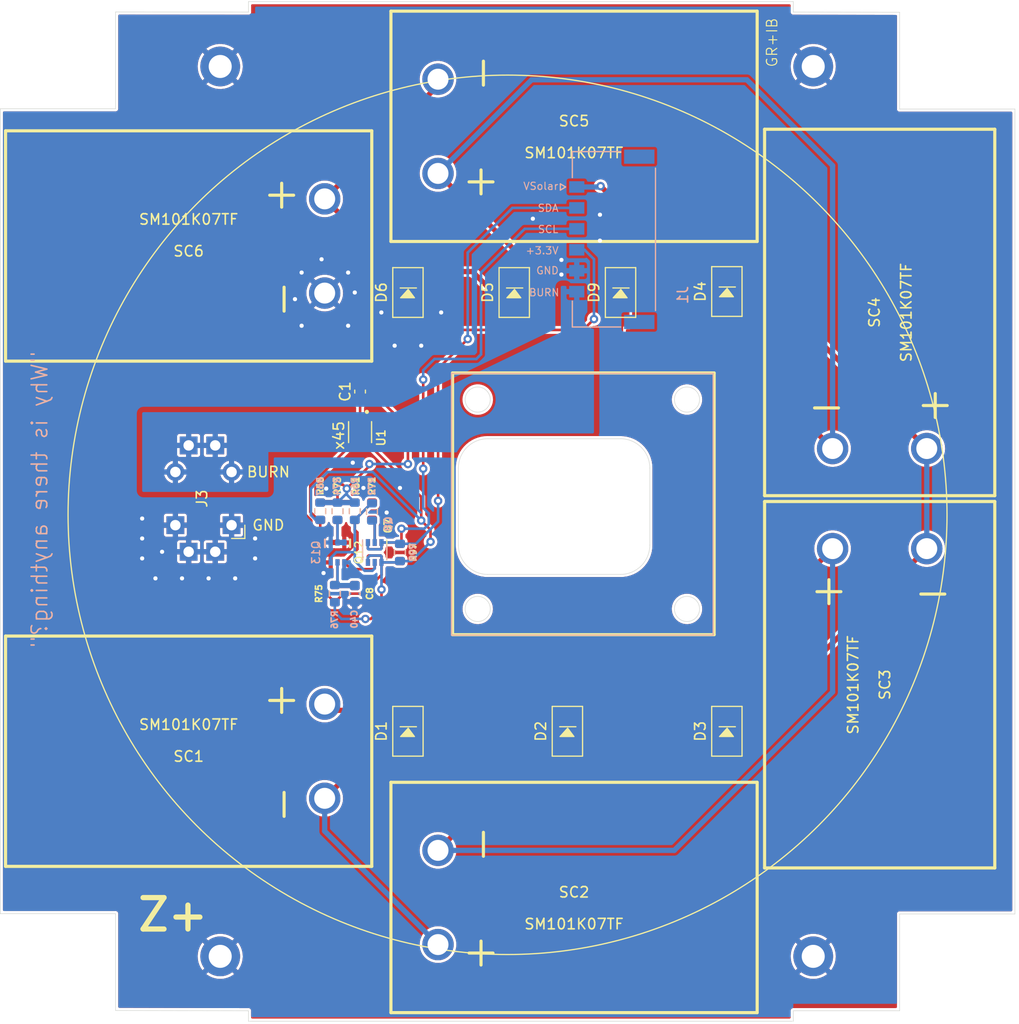
<source format=kicad_pcb>
(kicad_pcb (version 20211014) (generator pcbnew)
  (layers (0 "F.Cu" signal) (31 "B.Cu" signal) (34 "B.Paste" user) (35 "F.Paste" user) (36 "B.SilkS" user "B.Silkscreen") (37 "F.SilkS" user "F.Silkscreen") (38 "B.Mask" user) (39 "F.Mask" user) (44 "Edge.Cuts" user))
  (net 0 "")
  (net 1 "Net-(D1-Pad2)")
  (net 2 "Net-(D1-Pad1)")
  (net 3 "Net-(D2-Pad2)")
  (net 4 "Net-(D3-Pad2)")
  (net 5 "Net-(D4-Pad2)")
  (net 6 "Net-(D5-Pad2)")
  (net 7 "GND")
  (net 8 "VSOLAR")
  (net 9 "+3V3")
  (net 10 "SDA")
  (net 11 "SCL")
  (net 12 "BURN")
  (net 13 "Net-(C8-Pad1)")
  (net 14 "Net-(C40-Pad1)")
  (net 15 "Net-(Q12-Pad6)")
  (net 16 "Net-(Q7-Pad2)")
  (net 17 "SCL_SUN")
  (net 18 "Net-(Q13-Pad6)")
  (net 19 "Net-(Q8-Pad2)")
  (net 20 "SDA_SUN")
  (net 21 "Net-(Q12-Pad2)")
  (net 22 "Net-(Q13-Pad2)")
  (footprint "sputnik2U:DO-214AC" (layer "F.Cu") (at 154.94 116.84 -90)
    (fp_text reference "D2" (at 0 2.54 -90) (layer "F.SilkS"))
    (fp_text value "CDBA240LL-HF")
    (pad "1" smd rect locked (at -2 0 270) (size 2.5 1.7) (layers "F.Cu" "F.Paste" "F.Mask") (net 1 "Net-(D1-Pad2)"))
    (pad "2" smd rect locked (at 2 0 270) (size 2.5 1.7) (layers "F.Cu" "F.Paste" "F.Mask") (net 3 "Net-(D2-Pad2)"))
  )
  (footprint "sputnik2U:DO-214AC" (layer "F.Cu") (at 170.18 116.84 -90)
    (fp_text reference "D3" (at 0 2.54 -90) (layer "F.SilkS"))
    (fp_text value "CDBA240LL-HF")
    (pad "1" smd rect locked (at -2 0 270) (size 2.5 1.7) (layers "F.Cu" "F.Paste" "F.Mask") (net 3 "Net-(D2-Pad2)"))
    (pad "2" smd rect locked (at 2 0 270) (size 2.5 1.7) (layers "F.Cu" "F.Paste" "F.Mask") (net 4 "Net-(D3-Pad2)"))
  )
  (footprint "sputnik2U:DO-214AC" (layer "F.Cu") (at 149.86 74.93 -90)
    (fp_text reference "D5" (at 0 2.54 -90) (layer "F.SilkS"))
    (fp_text value "CDBA240LL-HF")
    (pad "1" smd rect locked (at -2 0 270) (size 2.5 1.7) (layers "F.Cu" "F.Paste" "F.Mask") (net 5 "Net-(D4-Pad2)"))
    (pad "2" smd rect locked (at 2 0 270) (size 2.5 1.7) (layers "F.Cu" "F.Paste" "F.Mask") (net 6 "Net-(D5-Pad2)"))
  )
  (footprint "sputnik2U:DO-214AC" (layer "F.Cu") (at 139.7 74.93 -90)
    (fp_text reference "D6" (at 0 2.54 -90) (layer "F.SilkS"))
    (fp_text value "CDBA240LL-HF")
    (pad "1" smd rect locked (at -2 0 270) (size 2.5 1.7) (layers "F.Cu" "F.Paste" "F.Mask") (net 6 "Net-(D5-Pad2)"))
    (pad "2" smd rect locked (at 2 0 270) (size 2.5 1.7) (layers "F.Cu" "F.Paste" "F.Mask") (net 7 "GND"))
  )
  (footprint "sputnik2U:SM101K07TF" (layer "F.Cu") (at 155.575 59.055 180)
    (fp_text reference "SC5" (at 0 0.5 180) (layer "F.SilkS"))
    (fp_text value "SM101K07TF" (at 0 -2.54 180) (layer "F.SilkS"))
    (fp_text user "+" (at 8.89 -5.08 180) (layer "F.SilkS") (effects (font (size 3 3) (thickness 0.3))))
    (fp_text user "-" (at 8.89 5.08 270) (layer "F.SilkS") (effects (font (size 3 3) (thickness 0.3))))
    (pad "1" thru_hole circle locked (at 13 -4.5 180) (size 3 3) (drill 2) (layers *.Cu *.Mask) (net 5 "Net-(D4-Pad2)"))
    (pad "2" thru_hole circle locked (at 13 4.5 180) (size 3 3) (drill 2) (layers *.Cu *.Mask) (net 6 "Net-(D5-Pad2)"))
  )
  (footprint "sputnik2U:SM101K07TF" (layer "F.Cu") (at 118.745 70.485)
    (fp_text reference "SC6" (at 0 0.5) (layer "F.SilkS"))
    (fp_text value "SM101K07TF" (at 0 -2.54) (layer "F.SilkS"))
    (fp_text user "+" (at 8.89 -5.08) (layer "F.SilkS") (effects (font (size 3 3) (thickness 0.3))))
    (fp_text user "-" (at 8.89 5.08 90) (layer "F.SilkS") (effects (font (size 3 3) (thickness 0.3))))
    (pad "1" thru_hole circle locked (at 13 -4.5) (size 3 3) (drill 2) (layers *.Cu *.Mask) (net 6 "Net-(D5-Pad2)"))
    (pad "2" thru_hole circle locked (at 13 4.5) (size 3 3) (drill 2) (layers *.Cu *.Mask) (net 7 "GND"))
  )
  (footprint "sputnik2U:Burn_Wire_Connection" (layer "F.Cu") (at 125.095 100.965 180)
    (fp_text reference "J3" (at 5.08 6.35 270) (layer "F.SilkS"))
    (fp_text value "Conn_01x02")
    (fp_text user "BURN" (at -1.27 8.89 180) (layer "F.SilkS"))
    (fp_text user "GND" (at -1.27 3.81 180) (layer "F.SilkS"))
    (pad "1" thru_hole rect locked (at 2.25 3.81 180) (size 1.7 1.7) (drill 1) (layers *.Cu *.Mask) (net 7 "GND"))
    (pad "1" thru_hole rect locked (at 3.81 1.27 180) (size 1.7 1.7) (drill 1) (layers *.Cu *.Mask) (net 7 "GND"))
    (pad "1" thru_hole rect locked (at 7.62 3.81 180) (size 1.7 1.7) (drill 1) (layers *.Cu *.Mask) (net 7 "GND"))
    (pad "1" thru_hole rect locked (at 6.35 1.27 180) (size 1.7 1.7) (drill 1) (layers *.Cu *.Mask) (net 7 "GND"))
    (pad "2" thru_hole oval locked (at 7.62 8.89 180) (size 1.7 1.7) (drill 1) (layers *.Cu *.Mask) (net 12 "BURN"))
    (pad "2" thru_hole rect locked (at 3.81 11.43 180) (size 1.7 1.7) (drill 1) (layers *.Cu *.Mask) (net 12 "BURN"))
    (pad "2" thru_hole rect locked (at 6.35 11.43 180) (size 1.7 1.7) (drill 1) (layers *.Cu *.Mask) (net 12 "BURN"))
    (pad "2" thru_hole oval locked (at 2.25 8.89 180) (size 1.7 1.7) (drill 1) (layers *.Cu *.Mask) (net 12 "BURN"))
  )
  (footprint "Capacitor_SMD:C_0603_1608Metric" (layer "F.Cu") (at 135.128 84.3915 90)
    (fp_text reference "C1" (at 0 -1.43 90) (layer "F.SilkS"))
    (fp_text value "100nF")
    (pad "1" smd roundrect locked (at -0.775 0 90) (size 0.9 0.95) (layers "F.Cu" "F.Paste" "F.Mask") (net 9 "+3V3"))
    (pad "2" smd roundrect locked (at 0.775 0 90) (size 0.9 0.95) (layers "F.Cu" "F.Paste" "F.Mask") (net 7 "GND"))
  )
  (footprint "sputnik2U:DO-214AC" (layer "F.Cu") (at 139.7 116.84 -90)
    (fp_text reference "D1" (at 0 2.54 -90) (layer "F.SilkS"))
    (fp_text value "CDBA240LL-HF")
    (pad "1" smd rect locked (at -2 0 270) (size 2.5 1.7) (layers "F.Cu" "F.Paste" "F.Mask") (net 2 "Net-(D1-Pad1)"))
    (pad "2" smd rect locked (at 2 0 270) (size 2.5 1.7) (layers "F.Cu" "F.Paste" "F.Mask") (net 1 "Net-(D1-Pad2)"))
  )
  (footprint "sputnik2U:DO-214AC" (layer "F.Cu") (at 170.18 74.835 -90)
    (fp_text reference "D4" (at 0 2.54 -90) (layer "F.SilkS"))
    (fp_text value "CDBA240LL-HF")
    (pad "1" smd rect locked (at -2 0 270) (size 2.5 1.7) (layers "F.Cu" "F.Paste" "F.Mask") (net 4 "Net-(D3-Pad2)"))
    (pad "2" smd rect locked (at 2 0 270) (size 2.5 1.7) (layers "F.Cu" "F.Paste" "F.Mask") (net 5 "Net-(D4-Pad2)"))
  )
  (footprint "sputnik2U:DO-214AC" (layer "F.Cu") (at 160.02 74.93 -90)
    (fp_text reference "D9" (at 0 2.54 -90) (layer "F.SilkS"))
    (fp_text value "CDBA240LL-HF")
    (pad "1" smd rect locked (at -2 0 270) (size 2.5 1.7) (layers "F.Cu" "F.Paste" "F.Mask") (net 8 "VSOLAR"))
    (pad "2" smd rect locked (at 2 0 270) (size 2.5 1.7) (layers "F.Cu" "F.Paste" "F.Mask") (net 2 "Net-(D1-Pad1)"))
  )
  (footprint "sputnik2U:SM101K07TF" (layer "F.Cu") (at 118.745 118.745)
    (fp_text reference "SC1" (at 0 0.5) (layer "F.SilkS"))
    (fp_text value "SM101K07TF" (at 0 -2.54) (layer "F.SilkS"))
    (fp_text user "+" (at 8.89 -5.08) (layer "F.SilkS") (effects (font (size 3 3) (thickness 0.3))))
    (fp_text user "-" (at 8.89 5.08 90) (layer "F.SilkS") (effects (font (size 3 3) (thickness 0.3))))
    (pad "1" thru_hole circle locked (at 13 -4.5) (size 3 3) (drill 2) (layers *.Cu *.Mask) (net 2 "Net-(D1-Pad1)"))
    (pad "2" thru_hole circle locked (at 13 4.5) (size 3 3) (drill 2) (layers *.Cu *.Mask) (net 1 "Net-(D1-Pad2)"))
  )
  (footprint "sputnik2U:SM101K07TF" (layer "F.Cu") (at 155.575 132.715 180)
    (fp_text reference "SC2" (at 0 0.5 180) (layer "F.SilkS"))
    (fp_text value "SM101K07TF" (at 0 -2.54 180) (layer "F.SilkS"))
    (fp_text user "+" (at 8.89 -5.08 180) (layer "F.SilkS") (effects (font (size 3 3) (thickness 0.3))))
    (fp_text user "-" (at 8.89 5.08 270) (layer "F.SilkS") (effects (font (size 3 3) (thickness 0.3))))
    (pad "1" thru_hole circle locked (at 13 -4.5 180) (size 3 3) (drill 2) (layers *.Cu *.Mask) (net 1 "Net-(D1-Pad2)"))
    (pad "2" thru_hole circle locked (at 13 4.5 180) (size 3 3) (drill 2) (layers *.Cu *.Mask) (net 3 "Net-(D2-Pad2)"))
  )
  (footprint "sputnik2U:SM101K07TF" (layer "F.Cu") (at 184.785 112.395 90)
    (fp_text reference "SC3" (at 0 0.5 90) (layer "F.SilkS"))
    (fp_text value "SM101K07TF" (at 0 -2.54 90) (layer "F.SilkS"))
    (fp_text user "+" (at 8.89 -5.08 90) (layer "F.SilkS") (effects (font (size 3 3) (thickness 0.3))))
    (fp_text user "-" (at 8.89 5.08 180) (layer "F.SilkS") (effects (font (size 3 3) (thickness 0.3))))
    (pad "1" thru_hole circle locked (at 13 -4.5 90) (size 3 3) (drill 2) (layers *.Cu *.Mask) (net 3 "Net-(D2-Pad2)"))
    (pad "2" thru_hole circle locked (at 13 4.5 90) (size 3 3) (drill 2) (layers *.Cu *.Mask) (net 4 "Net-(D3-Pad2)"))
  )
  (footprint "sputnik2U:SM101K07TF" (layer "F.Cu") (at 184.785 76.835 -90)
    (fp_text reference "SC4" (at 0 0.5 -90) (layer "F.SilkS"))
    (fp_text value "SM101K07TF" (at 0 -2.54 -90) (layer "F.SilkS"))
    (fp_text user "-" (at 8.89 5.08) (layer "F.SilkS") (effects (font (size 3 3) (thickness 0.3))))
    (fp_text user "+" (at 8.89 -5.08 -90) (layer "F.SilkS") (effects (font (size 3 3) (thickness 0.3))))
    (pad "1" thru_hole circle locked (at 13 -4.5 270) (size 3 3) (drill 2) (layers *.Cu *.Mask) (net 4 "Net-(D3-Pad2)"))
    (pad "2" thru_hole circle locked (at 13 4.5 270) (size 3 3) (drill 2) (layers *.Cu *.Mask) (net 5 "Net-(D4-Pad2)"))
  )
  (footprint "sputnik2U:OPT3001" (layer "F.Cu") (at 135.128 88.265 -90)
    (fp_text reference "U1" (at 0.54 -2.008 -90) (layer "F.SilkS") (effects (font (size 0.8 0.8))))
    (fp_text value "OPT3001DNPT")
    (pad "1" smd rect locked (at -0.995 -0.65 270) (size 0.74 0.27) (layers "F.Cu" "F.Paste" "F.Mask") (net 9 "+3V3"))
    (pad "2" smd rect locked (at -0.995 0 270) (size 0.74 0.27) (layers "F.Cu" "F.Paste" "F.Mask") (net 9 "+3V3"))
    (pad "3" smd rect locked (at -0.995 0.65 270) (size 0.74 0.27) (layers "F.Cu" "F.Paste" "F.Mask") (net 7 "GND"))
    (pad "4" smd rect locked (at 0.995 0.65 270) (size 0.74 0.27) (layers "F.Cu" "F.Paste" "F.Mask") (net 17 "SCL_SUN"))
    (pad "5" smd rect locked (at 0.995 0 270) (size 0.74 0.27) (layers "F.Cu" "F.Paste" "F.Mask"))
    (pad "6" smd rect locked (at 0.995 -0.65 270) (size 0.74 0.27) (layers "F.Cu" "F.Paste" "F.Mask") (net 20 "SDA_SUN"))
    (pad "7" smd rect locked (at 0 0 270) (size 0.65 1.35) (layers "F.Cu" "F.Mask") (net 7 "GND"))
  )
  (footprint "MountingHole:MountingHole_2.2mm_M2_DIN965_Pad_TopBottom" (layer "F.Cu") (at 121.76 138.34)
    (fp_text reference "H1")
    (fp_text value "MountingHole_Pad")
    (pad "1" connect circle locked (at 0 0) (size 3.8 3.8) (layers "B.Cu" "B.Mask") (net 7 "GND"))
    (pad "1" connect circle locked (at 0 0) (size 3.8 3.8) (layers "F.Cu" "F.Mask") (net 7 "GND"))
    (pad "1" thru_hole circle locked (at 0 0) (size 2.6 2.6) (drill 2.2) (layers *.Cu *.Mask) (net 7 "GND"))
  )
  (footprint "MountingHole:MountingHole_2.2mm_M2_DIN965_Pad_TopBottom" (layer "F.Cu") (at 178.434 53.34)
    (fp_text reference "H2")
    (fp_text value "MountingHole_Pad")
    (pad "1" thru_hole circle locked (at 0 0) (size 2.6 2.6) (drill 2.2) (layers *.Cu *.Mask) (net 7 "GND"))
    (pad "1" connect circle locked (at 0 0) (size 3.8 3.8) (layers "B.Cu" "B.Mask") (net 7 "GND"))
    (pad "1" connect circle locked (at 0 0) (size 3.8 3.8) (layers "F.Cu" "F.Mask") (net 7 "GND"))
  )
  (footprint "MountingHole:MountingHole_2.2mm_M2_DIN965_Pad_TopBottom" (layer "F.Cu") (at 178.434 138.34)
    (fp_text reference "H3")
    (fp_text value "MountingHole_Pad")
    (pad "1" connect circle locked (at 0 0) (size 3.8 3.8) (layers "B.Cu" "B.Mask") (net 7 "GND"))
    (pad "1" connect circle locked (at 0 0) (size 3.8 3.8) (layers "F.Cu" "F.Mask") (net 7 "GND"))
    (pad "1" thru_hole circle locked (at 0 0) (size 2.6 2.6) (drill 2.2) (layers *.Cu *.Mask) (net 7 "GND"))
  )
  (footprint "MountingHole:MountingHole_2.2mm_M2_DIN965_Pad_TopBottom" (layer "F.Cu") (at 121.76 53.34)
    (fp_text reference "H4")
    (fp_text value "MountingHole_Pad")
    (pad "1" thru_hole circle locked (at 0 0) (size 2.6 2.6) (drill 2.2) (layers *.Cu *.Mask) (net 7 "GND"))
    (pad "1" connect circle locked (at 0 0) (size 3.8 3.8) (layers "F.Cu" "F.Mask") (net 7 "GND"))
    (pad "1" connect circle locked (at 0 0) (size 3.8 3.8) (layers "B.Cu" "B.Mask") (net 7 "GND"))
  )
  (footprint "Resistor_SMD:R_0603_1608Metric" (layer "F.Cu") (at 136.271 95.8215 90)
    (fp_text reference "R71" (at 2.413 0 90) (layer "F.SilkS") (effects (font (size 0.6 0.6))))
    (fp_text value "680")
    (pad "1" smd roundrect locked (at -0.825 0 90) (size 0.8 0.95) (layers "F.Cu" "F.Paste" "F.Mask") (net 16 "Net-(Q7-Pad2)"))
    (pad "2" smd roundrect locked (at 0.825 0 90) (size 0.8 0.95) (layers "F.Cu" "F.Paste" "F.Mask") (net 15 "Net-(Q12-Pad6)"))
  )
  (footprint "Resistor_SMD:R_0603_1608Metric" (layer "F.Cu") (at 132.715 103.6955 90)
    (fp_text reference "R75" (at 0 -1.524 90) (layer "F.SilkS") (effects (font (size 0.6 0.6))))
    (fp_text value "200K")
    (pad "1" smd roundrect locked (at -0.825 0 90) (size 0.8 0.95) (layers "F.Cu" "F.Paste" "F.Mask") (net 17 "SCL_SUN"))
    (pad "2" smd roundrect locked (at 0.825 0 90) (size 0.8 0.95) (layers "F.Cu" "F.Paste" "F.Mask") (net 13 "Net-(C8-Pad1)"))
  )
  (footprint "Resistor_SMD:R_0603_1608Metric" (layer "F.Cu") (at 132.969 95.8215 -90)
    (fp_text reference "R73" (at -2.413 0 90) (layer "F.SilkS") (effects (font (size 0.6 0.6))))
    (fp_text value "100K")
    (pad "1" smd roundrect locked (at -0.825 0 270) (size 0.8 0.95) (layers "F.Cu" "F.Paste" "F.Mask") (net 9 "+3V3"))
    (pad "2" smd roundrect locked (at 0.825 0 270) (size 0.8 0.95) (layers "F.Cu" "F.Paste" "F.Mask") (net 21 "Net-(Q12-Pad2)"))
  )
  (footprint "Resistor_SMD:R_0603_1608Metric" (layer "F.Cu") (at 138.938 99.7585 90)
    (fp_text reference "R97" (at 0 1.27 90) (layer "F.SilkS") (effects (font (size 0.6 0.6))))
    (fp_text value "0")
    (pad "1" smd roundrect locked (at -0.825 0 90) (size 0.8 0.95) (layers "F.Cu" "F.Paste" "F.Mask") (net 17 "SCL_SUN"))
    (pad "2" smd roundrect locked (at 0.825 0 90) (size 0.8 0.95) (layers "F.Cu" "F.Paste" "F.Mask") (net 11 "SCL"))
  )
  (footprint "Resistor_SMD:R_0603_1608Metric" (layer "F.Cu") (at 131.318 95.8215 -90)
    (fp_text reference "R66" (at -2.413 0 90) (layer "F.SilkS") (effects (font (size 0.6 0.6))))
    (fp_text value "10K")
    (pad "1" smd roundrect locked (at -0.825 0 270) (size 0.8 0.95) (layers "F.Cu" "F.Paste" "F.Mask") (net 9 "+3V3"))
    (pad "2" smd roundrect locked (at 0.825 0 270) (size 0.8 0.95) (layers "F.Cu" "F.Paste" "F.Mask") (net 17 "SCL_SUN"))
  )
  (footprint "Resistor_SMD:R_0603_1608Metric" (layer "F.Cu") (at 134.62 95.8215 -90)
    (fp_text reference "R61" (at -2.413 -0.127 90) (layer "F.SilkS") (effects (font (size 0.6 0.6))))
    (fp_text value "10K")
    (pad "1" smd roundrect locked (at -0.825 0 270) (size 0.8 0.95) (layers "F.Cu" "F.Paste" "F.Mask") (net 9 "+3V3"))
    (pad "2" smd roundrect locked (at 0.825 0 270) (size 0.8 0.95) (layers "F.Cu" "F.Paste" "F.Mask") (net 15 "Net-(Q12-Pad6)"))
  )
  (footprint "Package_TO_SOT_SMD:SOT-363_SC-70-6" (layer "F.Cu") (at 136.525 99.7585 -90)
    (fp_text reference "Q7" (at -2.54 -1.27 90) (layer "F.SilkS") (effects (font (size 0.7 0.7))))
    (fp_text value "MBT2222ADW1T1")
    (pad "1" smd rect locked (at -0.95 -0.65 270) (size 0.65 0.4) (layers "F.Cu" "F.Paste" "F.Mask") (net 11 "SCL"))
    (pad "2" smd rect locked (at -0.95 0 270) (size 0.65 0.4) (layers "F.Cu" "F.Paste" "F.Mask") (net 16 "Net-(Q7-Pad2)"))
    (pad "3" smd rect locked (at -0.95 0.65 270) (size 0.65 0.4) (layers "F.Cu" "F.Paste" "F.Mask") (net 11 "SCL"))
    (pad "4" smd rect locked (at 0.95 0.65 270) (size 0.65 0.4) (layers "F.Cu" "F.Paste" "F.Mask") (net 17 "SCL_SUN"))
    (pad "5" smd rect locked (at 0.95 0 270) (size 0.65 0.4) (layers "F.Cu" "F.Paste" "F.Mask") (net 15 "Net-(Q12-Pad6)"))
    (pad "6" smd rect locked (at 0.95 -0.65 270) (size 0.65 0.4) (layers "F.Cu" "F.Paste" "F.Mask") (net 17 "SCL_SUN"))
  )
  (footprint "Capacitor_SMD:C_0603_1608Metric" (layer "F.Cu") (at 134.62 103.6955 -90)
    (fp_text reference "C8" (at 0 -1.43 90) (layer "F.SilkS") (effects (font (size 0.6 0.6))))
    (fp_text value "10nF")
    (pad "1" smd roundrect locked (at -0.775 0 270) (size 0.9 0.95) (layers "F.Cu" "F.Paste" "F.Mask") (net 13 "Net-(C8-Pad1)"))
    (pad "2" smd roundrect locked (at 0.775 0 270) (size 0.9 0.95) (layers "F.Cu" "F.Paste" "F.Mask") (net 7 "GND"))
  )
  (footprint "sputnik2U:BSS138DWQ-7" (layer "F.Cu") (at 132.969 99.7585 -90)
    (fp_text reference "Q12" (at 0 -2.06 -90) (layer "F.SilkS") (effects (font (size 0.762 0.762) (thickness 0.127))))
    (fp_text value "BSS138DWQ-7" hide)
    (pad "1" smd rect locked (at -0.95 -0.65) (size 0.4 0.6) (layers "F.Cu" "F.Paste" "F.Mask") (net 7 "GND"))
    (pad "2" smd rect locked (at -0.95 0) (size 0.4 0.6) (layers "F.Cu" "F.Paste" "F.Mask") (net 21 "Net-(Q12-Pad2)"))
    (pad "3" smd rect locked (at -0.95 0.65) (size 0.4 0.6) (layers "F.Cu" "F.Paste" "F.Mask") (net 21 "Net-(Q12-Pad2)"))
    (pad "4" smd rect locked (at 0.95 0.65) (size 0.4 0.6) (layers "F.Cu" "F.Paste" "F.Mask") (net 7 "GND"))
    (pad "5" smd rect locked (at 0.95 0) (size 0.4 0.6) (layers "F.Cu" "F.Paste" "F.Mask") (net 13 "Net-(C8-Pad1)"))
    (pad "6" smd rect locked (at 0.95 -0.65) (size 0.4 0.6) (layers "F.Cu" "F.Paste" "F.Mask") (net 15 "Net-(Q12-Pad6)"))
  )
  (footprint "sapling:CoralCamera" (layer "F.Cu") (at 156.464 81.3435)
    (fp_text reference "REF**" hide)
    (fp_text value "CoralCamera")
  )
  (footprint "sapling:MOLEX_2053380006" (layer "B.Cu") (at 159.385 69.85 90)
    (fp_text reference "J1" (at -5.325 6.585 270) (layer "B.SilkS") (effects (justify mirror)))
    (fp_text value "Conn_01x06")
    (pad "1" smd rect locked (at 5 -3.55 90) (size 1.1 1.45) (layers "B.Cu" "B.Paste") (net 8 "VSOLAR"))
    (pad "2" smd rect locked (at 3 -3.55 90) (size 1.1 1.45) (layers "B.Cu" "B.Paste") (net 10 "SDA"))
    (pad "3" smd rect locked (at 1 -3.55 90) (size 1.1 1.45) (layers "B.Cu" "B.Paste") (net 11 "SCL"))
    (pad "4" smd rect locked (at -1 -3.55 90) (size 1.1 1.45) (layers "B.Cu" "B.Paste") (net 9 "+3V3"))
    (pad "5" smd rect locked (at -3 -3.55 90) (size 1.1 1.45) (layers "B.Cu" "B.Paste") (net 7 "GND"))
    (pad "6" smd rect locked (at -5 -3.55 90) (size 1.1 1.45) (layers "B.Cu" "B.Paste") (net 12 "BURN"))
    (pad "S1" smd rect locked (at 7.895 2.425 90) (size 1.35 2.9) (layers "B.Cu" "B.Paste"))
    (pad "S2" smd rect locked (at -7.895 2.425 90) (size 1.35 2.9) (layers "B.Cu" "B.Paste"))
  )
  (footprint "Resistor_SMD:R_0603_1608Metric" (layer "B.Cu") (at 138.938 99.7585 90)
    (fp_text reference "R98" (at 0.0254 1.2192 90) (layer "B.SilkS") (effects (font (size 0.6 0.6)) (justify mirror)))
    (fp_text value "0")
    (pad "1" smd roundrect locked (at -0.825 0 90) (size 0.8 0.95) (layers "B.Cu" "B.Paste" "B.Mask") (net 20 "SDA_SUN"))
    (pad "2" smd roundrect locked (at 0.825 0 90) (size 0.8 0.95) (layers "B.Cu" "B.Paste" "B.Mask") (net 10 "SDA"))
  )
  (footprint "Resistor_SMD:R_0603_1608Metric" (layer "B.Cu") (at 131.318 95.8215 -90)
    (fp_text reference "R67" (at -2.3876 0 90) (layer "B.SilkS") (effects (font (size 0.6 0.6)) (justify mirror)))
    (fp_text value "10K")
    (pad "1" smd roundrect locked (at -0.825 0 270) (size 0.8 0.95) (layers "B.Cu" "B.Paste" "B.Mask") (net 9 "+3V3"))
    (pad "2" smd roundrect locked (at 0.825 0 270) (size 0.8 0.95) (layers "B.Cu" "B.Paste" "B.Mask") (net 20 "SDA_SUN"))
  )
  (footprint "Resistor_SMD:R_0603_1608Metric" (layer "B.Cu") (at 136.271 95.8845 90)
    (fp_text reference "R72" (at 2.4506 -0.0254 90) (layer "B.SilkS") (effects (font (size 0.6 0.6)) (justify mirror)))
    (fp_text value "680")
    (pad "1" smd roundrect locked (at -0.825 0 90) (size 0.8 0.95) (layers "B.Cu" "B.Paste" "B.Mask") (net 19 "Net-(Q8-Pad2)"))
    (pad "2" smd roundrect locked (at 0.825 0 90) (size 0.8 0.95) (layers "B.Cu" "B.Paste" "B.Mask") (net 18 "Net-(Q13-Pad6)"))
  )
  (footprint "Resistor_SMD:R_0603_1608Metric" (layer "B.Cu") (at 132.715 103.6955 90)
    (fp_text reference "R76" (at -2.4892 -0.0254 90) (layer "B.SilkS") (effects (font (size 0.6 0.6)) (justify mirror)))
    (fp_text value "200K")
    (pad "1" smd roundrect locked (at -0.825 0 90) (size 0.8 0.95) (layers "B.Cu" "B.Paste" "B.Mask") (net 20 "SDA_SUN"))
    (pad "2" smd roundrect locked (at 0.825 0 90) (size 0.8 0.95) (layers "B.Cu" "B.Paste" "B.Mask") (net 14 "Net-(C40-Pad1)"))
  )
  (footprint "Resistor_SMD:R_0603_1608Metric" (layer "B.Cu") (at 132.969 95.8215 -90)
    (fp_text reference "R74" (at -2.3876 0.0762 90) (layer "B.SilkS") (effects (font (size 0.6 0.6)) (justify mirror)))
    (fp_text value "100K")
    (pad "1" smd roundrect locked (at -0.825 0 270) (size 0.8 0.95) (layers "B.Cu" "B.Paste" "B.Mask") (net 9 "+3V3"))
    (pad "2" smd roundrect locked (at 0.825 0 270) (size 0.8 0.95) (layers "B.Cu" "B.Paste" "B.Mask") (net 22 "Net-(Q13-Pad2)"))
  )
  (footprint "sputnik2U:BSS138DWQ-7" (layer "B.Cu") (at 132.969 99.7585 -90)
    (fp_text reference "Q13" (at 0 2.06 90) (layer "B.SilkS") (effects (font (size 0.762 0.762) (thickness 0.127)) (justify mirror)))
    (fp_text value "BSS138DWQ-7" hide)
    (pad "1" smd rect locked (at -0.95 0.65 180) (size 0.4 0.6) (layers "B.Cu" "B.Paste" "B.Mask") (net 7 "GND"))
    (pad "2" smd rect locked (at -0.95 0 180) (size 0.4 0.6) (layers "B.Cu" "B.Paste" "B.Mask") (net 22 "Net-(Q13-Pad2)"))
    (pad "3" smd rect locked (at -0.95 -0.65 180) (size 0.4 0.6) (layers "B.Cu" "B.Paste" "B.Mask") (net 22 "Net-(Q13-Pad2)"))
    (pad "4" smd rect locked (at 0.95 -0.65 180) (size 0.4 0.6) (layers "B.Cu" "B.Paste" "B.Mask") (net 7 "GND"))
    (pad "5" smd rect locked (at 0.95 0 180) (size 0.4 0.6) (layers "B.Cu" "B.Paste" "B.Mask") (net 14 "Net-(C40-Pad1)"))
    (pad "6" smd rect locked (at 0.95 0.65 180) (size 0.4 0.6) (layers "B.Cu" "B.Paste" "B.Mask") (net 18 "Net-(Q13-Pad6)"))
  )
  (footprint "Resistor_SMD:R_0603_1608Metric" (layer "B.Cu") (at 134.62 95.8215 -90)
    (fp_text reference "R62" (at -2.3876 0 90) (layer "B.SilkS") (effects (font (size 0.6 0.6)) (justify mirror)))
    (fp_text value "10K")
    (pad "1" smd roundrect locked (at -0.825 0 270) (size 0.8 0.95) (layers "B.Cu" "B.Paste" "B.Mask") (net 9 "+3V3"))
    (pad "2" smd roundrect locked (at 0.825 0 270) (size 0.8 0.95) (layers "B.Cu" "B.Paste" "B.Mask") (net 18 "Net-(Q13-Pad6)"))
  )
  (footprint "Package_TO_SOT_SMD:SOT-363_SC-70-6" (layer "B.Cu") (at 136.525 99.7585 -90)
    (fp_text reference "Q8" (at -2.7178 -1.2954 90) (layer "B.SilkS") (effects (font (size 0.7 0.7)) (justify mirror)))
    (fp_text value "MBT2222ADW1T1")
    (pad "1" smd rect locked (at -0.95 0.65 270) (size 0.65 0.4) (layers "B.Cu" "B.Paste" "B.Mask") (net 10 "SDA"))
    (pad "2" smd rect locked (at -0.95 0 270) (size 0.65 0.4) (layers "B.Cu" "B.Paste" "B.Mask") (net 19 "Net-(Q8-Pad2)"))
    (pad "3" smd rect locked (at -0.95 -0.65 270) (size 0.65 0.4) (layers "B.Cu" "B.Paste" "B.Mask") (net 10 "SDA"))
    (pad "4" smd rect locked (at 0.95 -0.65 270) (size 0.65 0.4) (layers "B.Cu" "B.Paste" "B.Mask") (net 20 "SDA_SUN"))
    (pad "5" smd rect locked (at 0.95 0 270) (size 0.65 0.4) (layers "B.Cu" "B.Paste" "B.Mask") (net 18 "Net-(Q13-Pad6)"))
    (pad "6" smd rect locked (at 0.95 0.65 270) (size 0.65 0.4) (layers "B.Cu" "B.Paste" "B.Mask") (net 20 "SDA_SUN"))
  )
  (footprint "Capacitor_SMD:C_0603_1608Metric" (layer "B.Cu") (at 134.62 103.6955 -90)
    (fp_text reference "C40" (at 2.4384 0.0508 90) (layer "B.SilkS") (effects (font (size 0.6 0.6)) (justify mirror)))
    (fp_text value "10nF")
    (pad "1" smd roundrect locked (at -0.775 0 270) (size 0.9 0.95) (layers "B.Cu" "B.Paste" "B.Mask") (net 14 "Net-(C40-Pad1)"))
    (pad "2" smd roundrect locked (at 0.775 0 270) (size 0.9 0.95) (layers "B.Cu" "B.Paste" "B.Mask") (net 7 "GND"))
  )
  (gr_line (start 168.87 107.655) (end 168.87 82.655) (layer "B.SilkS") (width 0.12))
  (gr_line (start 143.87 107.655) (end 168.87 107.655) (layer "B.SilkS") (width 0.12))
  (gr_line (start 143.87 82.655) (end 168.87 82.655) (layer "B.SilkS") (width 0.12))
  (gr_line (start 143.87 107.655) (end 143.87 82.655) (layer "B.SilkS") (width 0.12))
  (gr_circle (center 149.22 96.164) (end 191.22 96.164) (layer "F.SilkS") (width 0.12) (fill none))
  (gr_line (start 176.53 48.14) (end 186.69 48.1584) (layer "Edge.Cuts") (width 0.05))
  (gr_line (start 176.53 143.538) (end 176.53 144.538) (layer "Edge.Cuts") (width 0.05))
  (gr_line (start 124.46 144.538) (end 124.46 143.538) (layer "Edge.Cuts") (width 0.05))
  (gr_line (start 176.53 144.538) (end 124.46 144.538) (layer "Edge.Cuts") (width 0.05))
  (gr_line (start 111.76 143.51) (end 124.46 143.538) (layer "Edge.Cuts") (width 0.05))
  (gr_line (start 176.53 143.538) (end 186.69 143.538) (layer "Edge.Cuts") (width 0.05))
  (gr_circle (center 146.37 105.155) (end 147.57 105.155) (layer "Edge.Cuts") (width 0.05) (fill none))
  (gr_line (start 162.814 99.06) (end 162.814 91.694) (layer "Edge.Cuts") (width 0.05))
  (gr_arc (start 162.814 99.06) (mid 161.995656 101.035656) (end 160.02 101.854) (layer "Edge.Cuts") (width 0.05))
  (gr_line (start 186.69 48.1584) (end 186.69 57.404) (layer "Edge.Cuts") (width 0.05))
  (gr_line (start 186.69 57.404) (end 197.71 57.404) (layer "Edge.Cuts") (width 0.05))
  (gr_line (start 111.76 57.376) (end 100.742 57.376) (layer "Edge.Cuts") (width 0.05))
  (gr_line (start 111.76 48.1304) (end 111.76 57.376) (layer "Edge.Cuts") (width 0.05))
  (gr_line (start 176.53 47.14) (end 176.53 48.14) (layer "Edge.Cuts") (width 0.05))
  (gr_line (start 124.46 47.14) (end 176.53 47.14) (layer "Edge.Cuts") (width 0.05))
  (gr_circle (center 146.37 85.155) (end 147.57 85.155) (layer "Edge.Cuts") (width 0.05) (fill none))
  (gr_line (start 160.02 88.9) (end 147.32 88.9) (layer "Edge.Cuts") (width 0.05))
  (gr_circle (center 166.37 85.155) (end 167.57 85.155) (layer "Edge.Cuts") (width 0.05) (fill none))
  (gr_line (start 147.32 101.854) (end 160.02 101.854) (layer "Edge.Cuts") (width 0.05))
  (gr_line (start 111.76 48.1304) (end 124.46 48.14) (layer "Edge.Cuts") (width 0.05))
  (gr_line (start 144.526 91.694) (end 144.526 99.06) (layer "Edge.Cuts") (width 0.05))
  (gr_line (start 111.76 134.2644) (end 100.74 134.2644) (layer "Edge.Cuts") (width 0.05))
  (gr_arc (start 144.526 91.694) (mid 145.344344 89.718344) (end 147.32 88.9) (layer "Edge.Cuts") (width 0.05))
  (gr_line (start 186.69 134.2924) (end 197.708 134.2924) (layer "Edge.Cuts") (width 0.05))
  (gr_circle (center 166.37 105.155) (end 167.57 105.155) (layer "Edge.Cuts") (width 0.05) (fill none))
  (gr_line (start 111.76 134.2644) (end 111.76 143.51) (layer "Edge.Cuts") (width 0.05))
  (gr_arc (start 160.02 88.9) (mid 161.995656 89.718344) (end 162.814 91.694) (layer "Edge.Cuts") (width 0.05))
  (gr_line (start 197.71 57.404) (end 197.708 134.2924) (layer "Edge.Cuts") (width 0.05))
  (gr_arc (start 147.32 101.854) (mid 145.344344 101.035656) (end 144.526 99.06) (layer "Edge.Cuts") (width 0.05))
  (gr_line (start 100.742 57.376) (end 100.74 134.2644) (layer "Edge.Cuts") (width 0.05))
  (gr_line (start 124.46 48.14) (end 124.46 47.14) (layer "Edge.Cuts") (width 0.05))
  (gr_line (start 186.69 134.2924) (end 186.69 143.538) (layer "Edge.Cuts") (width 0.05))
  (gr_text "BURN" (at 152.7175 74.93) (layer "B.SilkS") (effects (font (size 0.7 0.7) (thickness 0.1))))
  (gr_text "{dblquote}Why is there anything?{dblquote}" (at 104.5 94.71 90) (layer "B.SilkS") (effects (font (size 1.5 1.5)) (justify mirror)))
  (gr_text "SDA" (at 153.0985 66.8655) (layer "B.SilkS") (effects (font (size 0.7 0.7) (thickness 0.1))))
  (gr_text "SCL" (at 153.0985 68.8975) (layer "B.SilkS") (effects (font (size 0.7 0.7) (thickness 0.1))))
  (gr_text "VSolar" (at 152.4 64.77) (layer "B.SilkS") (effects (font (size 0.7 0.7) (thickness 0.1))))
  (gr_text "+3.3V" (at 152.527 70.9295) (layer "B.SilkS") (effects (font (size 0.7 0.7) (thickness 0.1))))
  (gr_text "GND" (at 153.035 72.8345) (layer "B.SilkS") (effects (font (size 0.7 0.7) (thickness 0.1))))
  (gr_text "Z+" (at 117.2464 134.366) (layer "F.SilkS") (effects (font (size 3 3) (thickness 0.5))))
  (gr_text "x45" (at 133.096 88.5825 90) (layer "F.SilkS") (effects (font (size 1 1))))
  (gr_text "GR+IB" (at 174.498 51.054 90) (layer "F.SilkS") (effects (font (size 1 1) (thickness 0.1))))
  (segment (start 136.15 118.84) (end 131.745 123.245) (width 0.5) (layer "F.Cu") (net 1))
  (segment (start 154.94 114.84) (end 143.7 114.84) (width 0.5) (layer "F.Cu") (net 1))
  (segment (start 139.7 118.84) (end 136.15 118.84) (width 0.5) (layer "F.Cu") (net 1))
  (segment (start 143.7 114.84) (end 139.7 118.84) (width 0.5) (layer "F.Cu") (net 1))
  (segment (start 131.745 126.385) (end 142.575 137.215) (width 0.5) (layer "B.Cu") (net 1))
  (segment (start 131.745 123.245) (end 131.745 126.385) (width 0.5) (layer "B.Cu") (net 1))
  (segment (start 155.956 110.49) (end 142.875 110.49) (width 0.5) (layer "F.Cu") (net 2))
  (segment (start 164.686934 88.486934) (end 164.686934 101.759066) (width 0.5) (layer "F.Cu") (net 2))
  (segment (start 139.7 113.665) (end 142.875 110.49) (width 0.5) (layer "F.Cu") (net 2))
  (segment (start 160.02 76.93) (end 160.02 83.82) (width 0.5) (layer "F.Cu") (net 2))
  (segment (start 160.02 83.82) (end 164.686934 88.486934) (width 0.5) (layer "F.Cu") (net 2))
  (segment (start 132.34 114.84) (end 131.745 114.245) (width 0.5) (layer "F.Cu") (net 2))
  (segment (start 139.7 114.84) (end 132.34 114.84) (width 0.5) (layer "F.Cu") (net 2))
  (segment (start 164.686934 101.759066) (end 155.956 110.49) (width 0.5) (layer "F.Cu") (net 2))
  (segment (start 139.7 114.84) (end 139.7 113.665) (width 0.5) (layer "F.Cu") (net 2))
  (segment (start 170.18 109.5) (end 180.285 99.395) (width 0.5) (layer "F.Cu") (net 3))
  (segment (start 151.95 118.84) (end 142.575 128.215) (width 0.5) (layer "F.Cu") (net 3))
  (segment (start 154.94 118.84) (end 151.95 118.84) (width 0.5) (layer "F.Cu") (net 3))
  (segment (start 170.18 114.84) (end 170.18 109.5) (width 0.5) (layer "F.Cu") (net 3))
  (segment (start 180.285 113.085) (end 165.155 128.215) (width 0.5) (layer "B.Cu") (net 3))
  (segment (start 165.155 128.215) (end 142.575 128.215) (width 0.5) (layer "B.Cu") (net 3))
  (segment (start 180.285 99.395) (end 180.285 113.085) (width 0.5) (layer "B.Cu") (net 3))
  (segment (start 170.18 118.5) (end 189.285 99.395) (width 0.5) (layer "F.Cu") (net 4))
  (segment (start 170.18 118.84) (end 170.18 118.5) (width 0.5) (layer "F.Cu") (net 4))
  (segment (start 170.18 72.835) (end 172.285 72.835) (width 0.5) (layer "F.Cu") (net 4))
  (segment (start 172.285 72.835) (end 189.285 89.835) (width 0.5) (layer "F.Cu") (net 4))
  (segment (start 189.285 89.835) (end 189.285 99.395) (width 0.5) (layer "B.Cu") (net 4))
  (segment (start 170.18 76.835) (end 170.18 79.73) (width 0.5) (layer "F.Cu") (net 5))
  (segment (start 170.18 79.73) (end 180.285 89.835) (width 0.5) (layer "F.Cu") (net 5))
  (segment (start 149.86 72.93) (end 149.86 70.84) (width 0.5) (layer "F.Cu") (net 5))
  (segment (start 149.86 70.84) (end 142.575 63.555) (width 0.5) (layer "F.Cu") (net 5))
  (segment (start 180.285 62.81) (end 180.285 89.835) (width 0.5) (layer "B.Cu") (net 5))
  (segment (start 172.085 54.61) (end 180.285 62.81) (width 0.5) (layer "B.Cu") (net 5))
  (segment (start 151.52 54.61) (end 172.085 54.61) (width 0.5) (layer "B.Cu") (net 5))
  (segment (start 142.575 63.555) (end 151.52 54.61) (width 0.5) (layer "B.Cu") (net 5))
  (segment (start 138.69 72.93) (end 131.745 65.985) (width 0.5) (layer "F.Cu") (net 6))
  (segment (start 139.7 72.93) (end 138.69 72.93) (width 0.5) (layer "F.Cu") (net 6))
  (segment (start 131.745 65.985) (end 142.575 55.155) (width 0.5) (layer "F.Cu") (net 6))
  (segment (start 142.575 55.155) (end 142.575 54.555) (width 0.5) (layer "F.Cu") (net 6))
  (segment (start 145.86 72.93) (end 149.86 76.93) (width 0.5) (layer "F.Cu") (net 6))
  (segment (start 139.7 72.93) (end 145.86 72.93) (width 0.5) (layer "F.Cu") (net 6))
  (via (at 133.985 78.105) (size 0.8) (drill 0.4) (layers "F.Cu" "B.Cu") (net 7))
  (via (at 154.3685 71.8185) (size 0.8) (drill 0.4) (layers "F.Cu" "B.Cu") (net 7))
  (via (at 158.0515 67.5005) (size 0.8) (drill 0.4) (layers "F.Cu" "B.Cu") (net 7))
  (via (at 129.54 73.025) (size 0.8) (drill 0.4) (layers "F.Cu" "B.Cu") (net 7))
  (via (at 120.65 102.235) (size 0.8) (drill 0.4) (layers "F.Cu" "B.Cu") (net 7))
  (via (at 138.43 80.01) (size 0.8) (drill 0.4) (layers "F.Cu" "B.Cu") (net 7))
  (via (at 158.0515 69.977) (size 0.8) (drill 0.4) (layers "F.Cu" "B.Cu") (net 7))
  (via (at 118.11 102.235) (size 0.8) (drill 0.4) (layers "F.Cu" "B.Cu") (net 7))
  (via (at 137.16 76.835) (size 0.8) (drill 0.4) (layers "F.Cu" "B.Cu") (net 7))
  (via (at 140.97 80.01) (size 0.8) (drill 0.4) (layers "F.Cu" "B.Cu") (net 7))
  (via (at 151.638 67.8815) (size 0.8) (drill 0.4) (layers "F.Cu" "B.Cu") (net 7))
  (via (at 131.8895 93.6625) (size 0.8) (drill 0.4) (layers "F.Cu" "B.Cu") (net 7))
  (via (at 137.668 95.9485) (size 0.8) (drill 0.4) (layers "F.Cu" "B.Cu") (net 7))
  (via (at 131.6355 101.727) (size 0.8) (drill 0.4) (layers "F.Cu" "B.Cu") (net 7))
  (via (at 135.4455 93.599) (size 0.8) (drill 0.4) (layers "F.Cu" "B.Cu") (net 7))
  (via (at 125.095 98.425) (size 0.8) (drill 0.4) (layers "F.Cu" "B.Cu") (net 7))
  (via (at 114.3 100.33) (size 0.8) (drill 0.4) (layers "F.Cu" "B.Cu") (net 7))
  (via (at 134.4295 91.186) (size 0.8) (drill 0.4) (layers "F.Cu" "B.Cu") (net 7))
  (via (at 125.095 100.33) (size 0.8) (drill 0.4) (layers "F.Cu" "B.Cu") (net 7))
  (via (at 128.905 75.565) (size 0.8) (drill 0.4) (layers "F.Cu" "B.Cu") (net 7))
  (via (at 114.3 98.425) (size 0.8) (drill 0.4) (layers "F.Cu" "B.Cu") (net 7))
  (via (at 131.445 71.755) (size 0.8) (drill 0.4) (layers "F.Cu" "B.Cu") (net 7))
  (via (at 138.938 93.599) (size 0.8) (drill 0.4) (layers "F.Cu" "B.Cu") (net 7))
  (via (at 123.19 102.235) (size 0.8) (drill 0.4) (layers "F.Cu" "B.Cu") (net 7))
  (via (at 114.3 96.52) (size 0.8) (drill 0.4) (layers "F.Cu" "B.Cu") (net 7))
  (via (at 133.985 73.025) (size 0.8) (drill 0.4) (layers "F.Cu" "B.Cu") (net 7))
  (via (at 154.3685 73.2155) (size 0.8) (drill 0.4) (layers "F.Cu" "B.Cu") (net 7))
  (via (at 129.54 78.105) (size 0.8) (drill 0.4) (layers "F.Cu" "B.Cu") (net 7))
  (via (at 142.875 76.835) (size 0.8) (drill 0.4) (layers "F.Cu" "B.Cu") (net 7))
  (via (at 115.57 102.235) (size 0.8) (drill 0.4) (layers "F.Cu" "B.Cu") (net 7))
  (via (at 116.205 99.695) (size 0.8) (drill 0.4) (layers "F.Cu" "B.Cu") (net 7))
  (via (at 134.62 74.93) (size 0.8) (drill 0.4) (layers "F.Cu" "B.Cu") (net 7))
  (segment (start 158.115 64.77) (end 158.115 64.77) (width 0.5) (layer "F.Cu") (net 8))
  (segment (start 160.02 66.675) (end 158.115 64.77) (width 0.5) (layer "F.Cu") (net 8))
  (segment (start 160.02 72.93) (end 160.02 66.675) (width 0.5) (layer "F.Cu") (net 8))
  (via (at 158.115 64.77) (size 0.8) (drill 0.4) (layers "F.Cu" "B.Cu") (net 8))
  (segment (start 155.835 64.85) (end 158.035 64.85) (width 0.5) (layer "B.Cu") (net 8))
  (segment (start 158.035 64.85) (end 158.115 64.77) (width 0.5) (layer "B.Cu") (net 8))
  (segment (start 157.48 77.47) (end 157.48 77.47) (width 0.25) (layer "F.Cu") (net 9))
  (segment (start 131.318 94.9965) (end 132.969 94.9965) (width 0.5) (layer "F.Cu") (net 9))
  (segment (start 132.969 94.9965) (end 134.62 94.9965) (width 0.5) (layer "F.Cu") (net 9))
  (segment (start 133.477 93.2815) (end 133.731 93.5355) (width 0.25) (layer "F.Cu") (net 9))
  (segment (start 132.969 93.2815) (end 132.969 94.9965) (width 0.25) (layer "F.Cu") (net 9))
  (segment (start 132.969 93.2815) (end 133.477 93.2815) (width 0.25) (layer "F.Cu") (net 9))
  (segment (start 133.858 93.6625) (end 133.858 93.6625) (width 0.25) (layer "F.Cu") (net 9))
  (segment (start 133.731 93.5355) (end 133.858 93.6625) (width 0.25) (layer "F.Cu") (net 9))
  (segment (start 139.7 91.313) (end 139.7 91.313) (width 0.25) (layer "F.Cu") (net 9))
  (segment (start 136.9565 85.1665) (end 137.046 85.1665) (width 0.25) (layer "F.Cu") (net 9))
  (segment (start 156.444999 78.505001) (end 143.617999 78.505001) (width 0.25) (layer "F.Cu") (net 9))
  (segment (start 136.9565 85.1665) (end 135.128 85.1665) (width 0.25) (layer "F.Cu") (net 9))
  (segment (start 133.858 93.6625) (end 136.017 91.5035) (width 0.25) (layer "F.Cu") (net 9))
  (segment (start 136.017 91.5035) (end 136.017 91.313) (width 0.25) (layer "F.Cu") (net 9))
  (segment (start 139.7 87.8205) (end 139.7 91.313) (width 0.25) (layer "F.Cu") (net 9))
  (segment (start 135.128 85.1665) (end 135.128 87.27) (width 0.25) (layer "F.Cu") (net 9))
  (segment (start 137.046 85.1665) (end 139.7 87.8205) (width 0.25) (layer "F.Cu") (net 9))
  (segment (start 143.617999 78.505001) (end 136.9565 85.1665) (width 0.25) (layer "F.Cu") (net 9))
  (segment (start 157.48 77.47) (end 156.444999 78.505001) (width 0.25) (layer "F.Cu") (net 9))
  (segment (start 135.128 87.27) (end 135.778 87.27) (width 0.5) (layer "F.Cu") (net 9))
  (via (at 133.858 93.6625) (size 0.8) (drill 0.4) (layers "F.Cu" "B.Cu") (net 9))
  (via (at 157.48 77.47) (size 0.8) (drill 0.4) (layers "F.Cu" "B.Cu") (net 9))
  (via (at 139.7 91.313) (size 0.8) (drill 0.4) (layers "F.Cu" "B.Cu") (net 9))
  (via (at 136.017 91.313) (size 0.8) (drill 0.4) (layers "F.Cu" "B.Cu") (net 9))
  (segment (start 134.62 94.9965) (end 132.969 94.9965) (width 0.5) (layer "B.Cu") (net 9))
  (segment (start 132.969 94.9965) (end 131.318 94.9965) (width 0.5) (layer "B.Cu") (net 9))
  (segment (start 133.858 93.6625) (end 133.858 94.1075) (width 0.25) (layer "B.Cu") (net 9))
  (segment (start 133.858 93.6625) (end 133.858 94.2345) (width 0.25) (layer "B.Cu") (net 9))
  (segment (start 133.858 94.1075) (end 132.969 94.9965) (width 0.25) (layer "B.Cu") (net 9))
  (segment (start 133.858 94.2345) (end 134.62 94.9965) (width 0.25) (layer "B.Cu") (net 9))
  (segment (start 136.017 91.313) (end 136.017 91.313) (width 0.25) (layer "B.Cu") (net 9))
  (segment (start 139.7 91.313) (end 136.017 91.313) (width 0.25) (layer "B.Cu") (net 9))
  (segment (start 156.575 70.85) (end 157.48 71.755) (width 0.25) (layer "B.Cu") (net 9))
  (segment (start 157.48 71.755) (end 157.48 77.47) (width 0.25) (layer "B.Cu") (net 9))
  (segment (start 155.835 70.85) (end 156.575 70.85) (width 0.25) (layer "B.Cu") (net 9))
  (segment (start 145.415 79.375) (end 145.415 79.375) (width 0.25) (layer "F.Cu") (net 10))
  (segment (start 142.584001 94.832001) (end 142.584001 94.832001) (width 0.25) (layer "F.Cu") (net 10))
  (segment (start 142.584001 94.832001) (end 142.584001 82.205999) (width 0.25) (layer "F.Cu") (net 10))
  (segment (start 142.584001 82.205999) (end 145.415 79.375) (width 0.25) (layer "F.Cu") (net 10))
  (via (at 142.584001 94.832001) (size 0.8) (drill 0.4) (layers "F.Cu" "B.Cu") (net 10))
  (via (at 145.415 79.375) (size 0.8) (drill 0.4) (layers "F.Cu" "B.Cu") (net 10))
  (segment (start 137.175 99.3835) (end 137.099999 99.458501) (width 0.25) (layer "B.Cu") (net 10))
  (segment (start 135.875 99.3835) (end 135.875 98.8085) (width 0.25) (layer "B.Cu") (net 10))
  (segment (start 135.950001 99.458501) (end 135.875 99.3835) (width 0.25) (layer "B.Cu") (net 10))
  (segment (start 138.813 98.8085) (end 138.938 98.9335) (width 0.25) (layer "B.Cu") (net 10))
  (segment (start 137.175 98.8085) (end 138.813 98.8085) (width 0.25) (layer "B.Cu") (net 10))
  (segment (start 137.175 98.8085) (end 137.175 99.3835) (width 0.25) (layer "B.Cu") (net 10))
  (segment (start 137.099999 99.458501) (end 135.950001 99.458501) (width 0.25) (layer "B.Cu") (net 10))
  (segment (start 149.685 66.85) (end 145.415 71.12) (width 0.25) (layer "B.Cu") (net 10))
  (segment (start 142.584001 96.805911) (end 140.456412 98.9335) (width 0.25) (layer "B.Cu") (net 10))
  (segment (start 142.584001 94.832001) (end 142.584001 96.805911) (width 0.25) (layer "B.Cu") (net 10))
  (segment (start 155.835 66.85) (end 149.685 66.85) (width 0.25) (layer "B.Cu") (net 10))
  (segment (start 140.456412 98.9335) (end 138.938 98.9335) (width 0.25) (layer "B.Cu") (net 10))
  (segment (start 145.415 71.12) (end 145.415 79.375) (width 0.25) (layer "B.Cu") (net 10))
  (segment (start 137.175 98.8085) (end 138.813 98.8085) (width 0.25) (layer "F.Cu") (net 11))
  (segment (start 137.175 99.3835) (end 137.099999 99.458501) (width 0.25) (layer "F.Cu") (net 11))
  (segment (start 137.175 98.8085) (end 137.175 99.3835) (width 0.25) (layer "F.Cu") (net 11))
  (segment (start 139.08321 98.78829) (end 138.938 98.9335) (width 0.25) (layer "F.Cu") (net 11))
  (segment (start 135.875 99.3835) (end 135.875 98.8085) (width 0.25) (layer "F.Cu") (net 11))
  (segment (start 135.950001 99.458501) (end 135.875 99.3835) (width 0.25) (layer "F.Cu") (net 11))
  (segment (start 137.099999 99.458501) (end 135.950001 99.458501) (width 0.25) (layer "F.Cu") (net 11))
  (segment (start 139.08321 97.49071) (end 139.08321 98.78829) (width 0.25) (layer "F.Cu") (net 11))
  (segment (start 138.813 98.8085) (end 138.938 98.9335) (width 0.25) (layer "F.Cu") (net 11))
  (segment (start 141.1605 91.7575) (end 141.1605 91.7575) (width 0.25) (layer "F.Cu") (net 11))
  (segment (start 141.1605 83.2485) (end 141.1605 91.7575) (width 0.25) (layer "F.Cu") (net 11))
  (via (at 139.08321 97.49071) (size 0.8) (drill 0.4) (layers "F.Cu" "B.Cu") (net 11))
  (via (at 141.1605 91.7575) (size 0.8) (drill 0.4) (layers "F.Cu" "B.Cu") (net 11))
  (via (at 141.1605 83.2485) (size 0.8) (drill 0.4) (layers "F.Cu" "B.Cu") (net 11))
  (segment (start 139.08321 97.49071) (end 139.08321 97.49071) (width 0.25) (layer "B.Cu") (net 11))
  (segment (start 141.1605 83.2485) (end 141.1605 83.2485) (width 0.25) (layer "B.Cu") (net 11))
  (segment (start 139.08321 97.49071) (end 141.262792 97.49071) (width 0.25) (layer "B.Cu") (net 11))
  (segment (start 141.1605 82.3595) (end 141.1605 83.2485) (width 0.25) (layer "B.Cu") (net 11))
  (segment (start 141.262792 97.49071) (end 141.695001 97.058501) (width 0.25) (layer "B.Cu") (net 11))
  (segment (start 146.685 80.8355) (end 146.2405 81.28) (width 0.25) (layer "B.Cu") (net 11))
  (segment (start 141.695001 96.038501) (end 141.1605 95.504) (width 0.25) (layer "B.Cu") (net 11))
  (segment (start 146.2405 81.28) (end 142.24 81.28) (width 0.25) (layer "B.Cu") (net 11))
  (segment (start 146.685 73.025) (end 146.685 80.645) (width 0.25) (layer "B.Cu") (net 11))
  (segment (start 141.695001 97.058501) (end 141.695001 96.038501) (width 0.25) (layer "B.Cu") (net 11))
  (segment (start 150.86 68.85) (end 146.685 73.025) (width 0.25) (layer "B.Cu") (net 11))
  (segment (start 141.1605 95.504) (end 141.1605 91.7575) (width 0.25) (layer "B.Cu") (net 11))
  (segment (start 146.685 80.645) (end 146.685 80.8355) (width 0.25) (layer "B.Cu") (net 11))
  (segment (start 142.24 81.28) (end 141.1605 82.3595) (width 0.25) (layer "B.Cu") (net 11))
  (segment (start 155.835 68.85) (end 150.86 68.85) (width 0.25) (layer "B.Cu") (net 11))
  (segment (start 134.62 102.9205) (end 132.765 102.9205) (width 0.5) (layer "F.Cu") (net 13))
  (segment (start 132.765 102.9205) (end 132.715 102.8705) (width 0.5) (layer "F.Cu") (net 13))
  (segment (start 132.969 102.6165) (end 132.715 102.8705) (width 0.25) (layer "F.Cu") (net 13))
  (segment (start 132.969 100.7085) (end 132.969 102.6165) (width 0.25) (layer "F.Cu") (net 13))
  (segment (start 132.765 102.9205) (end 132.715 102.8705) (width 0.5) (layer "B.Cu") (net 14))
  (segment (start 132.969 102.6165) (end 132.715 102.8705) (width 0.25) (layer "B.Cu") (net 14))
  (segment (start 134.62 102.9205) (end 132.765 102.9205) (width 0.5) (layer "B.Cu") (net 14))
  (segment (start 132.969 100.7085) (end 132.969 102.6165) (width 0.25) (layer "B.Cu") (net 14))
  (segment (start 136.525 101.2835) (end 136.449999 101.358501) (width 0.25) (layer "F.Cu") (net 15))
  (segment (start 134.62 99.7075) (end 133.619 100.7085) (width 0.25) (layer "F.Cu") (net 15))
  (segment (start 134.62 97.5995) (end 134.874 97.8535) (width 0.25) (layer "F.Cu") (net 15))
  (segment (start 136.449999 101.358501) (end 134.269001 101.358501) (width 0.25) (layer "F.Cu") (net 15))
  (segment (start 136.271 94.9965) (end 136.27 94.9965) (width 0.25) (layer "F.Cu") (net 15))
  (segment (start 134.269001 101.358501) (end 133.619 100.7085) (width 0.25) (layer "F.Cu") (net 15))
  (segment (start 136.525 100.7085) (end 136.525 101.2835) (width 0.25) (layer "F.Cu") (net 15))
  (segment (start 134.874 99.4535) (end 134.62 99.7075) (width 0.25) (layer "F.Cu") (net 15))
  (segment (start 136.27 94.9965) (end 134.62 96.6465) (width 0.25) (layer "F.Cu") (net 15))
  (segment (start 134.874 97.8535) (end 134.874 99.4535) (width 0.25) (layer "F.Cu") (net 15))
  (segment (start 134.62 96.6465) (end 134.62 97.5995) (width 0.25) (layer "F.Cu") (net 15))
  (segment (start 136.525 96.9005) (end 136.525 98.8085) (width 0.25) (layer "F.Cu") (net 16))
  (segment (start 136.271 96.6465) (end 136.525 96.9005) (width 0.25) (layer "F.Cu") (net 16))
  (segment (start 138.813 100.7085) (end 138.938 100.5835) (width 0.25) (layer "F.Cu") (net 17))
  (segment (start 137.175 100.1335) (end 137.175 100.7085) (width 0.25) (layer "F.Cu") (net 17))
  (segment (start 130.81 98.1075) (end 130.81 102.6155) (width 0.25) (layer "F.Cu") (net 17))
  (segment (start 131.318 97.5995) (end 130.81 98.1075) (width 0.25) (layer "F.Cu") (net 17))
  (segment (start 135.950001 100.058499) (end 137.099999 100.058499) (width 0.25) (layer "F.Cu") (net 17))
  (segment (start 131.318 103.1235) (end 132.715 104.5205) (width 0.25) (layer "F.Cu") (net 17))
  (segment (start 130.81 102.6155) (end 131.318 103.1235) (width 0.25) (layer "F.Cu") (net 17))
  (segment (start 137.099999 100.058499) (end 137.175 100.1335) (width 0.25) (layer "F.Cu") (net 17))
  (segment (start 137.175 100.7085) (end 137.175 101.9025) (width 0.25) (layer "F.Cu") (net 17))
  (segment (start 135.382 103.6955) (end 133.54 103.6955) (width 0.25) (layer "F.Cu") (net 17))
  (segment (start 131.318 96.6465) (end 131.318 97.5995) (width 0.25) (layer "F.Cu") (net 17))
  (segment (start 133.54 103.6955) (end 132.715 104.5205) (width 0.25) (layer "F.Cu") (net 17))
  (segment (start 137.175 101.9025) (end 135.382 103.6955) (width 0.25) (layer "F.Cu") (net 17))
  (segment (start 137.175 100.7085) (end 138.813 100.7085) (width 0.25) (layer "F.Cu") (net 17))
  (segment (start 135.875 100.1335) (end 135.950001 100.058499) (width 0.25) (layer "F.Cu") (net 17))
  (segment (start 135.875 100.7085) (end 135.875 100.1335) (width 0.25) (layer "F.Cu") (net 17))
  (segment (start 138.938 100.5835) (end 139.002 100.5835) (width 0.25) (layer "F.Cu") (net 17))
  (segment (start 131.318 96.6465) (end 131.127 96.6465) (width 0.25) (layer "F.Cu") (net 17))
  (segment (start 134.4485 89.2305) (end 134.478 89.26) (width 0.25) (layer "F.Cu") (net 17))
  (segment (start 130.3655 95.885) (end 130.3655 93.3725) (width 0.25) (layer "F.Cu") (net 17))
  (segment (start 130.3655 93.3725) (end 134.478 89.26) (width 0.25) (layer "F.Cu") (net 17))
  (segment (start 131.127 96.6465) (end 130.3655 95.885) (width 0.25) (layer "F.Cu") (net 17))
  (segment (start 136.525 100.7085) (end 136.525 101.2835) (width 0.25) (layer "B.Cu") (net 18))
  (segment (start 135.567598 101.5111) (end 134.62 100.563502) (width 0.25) (layer "B.Cu") (net 18))
  (segment (start 132.859398 99.7331) (end 132.319 100.273498) (width 0.25) (layer "B.Cu") (net 18))
  (segment (start 136.207 95.0595) (end 134.62 96.6465) (width 0.25) (layer "B.Cu") (net 18))
  (segment (start 132.319 100.273498) (end 132.319 100.7085) (width 0.25) (layer "B.Cu") (net 18))
  (segment (start 134.62 100.563502) (end 134.62 99.7331) (width 0.25) (layer "B.Cu") (net 18))
  (segment (start 134.62 99.7331) (end 134.62 96.6465) (width 0.25) (layer "B.Cu") (net 18))
  (segment (start 136.525 101.2835) (end 136.2974 101.5111) (width 0.25) (layer "B.Cu") (net 18))
  (segment (start 134.62 99.7331) (end 132.859398 99.7331) (width 0.25) (layer "B.Cu") (net 18))
  (segment (start 136.2974 101.5111) (end 135.567598 101.5111) (width 0.25) (layer "B.Cu") (net 18))
  (segment (start 136.271 95.0595) (end 136.207 95.0595) (width 0.25) (layer "B.Cu") (net 18))
  (segment (start 136.271 96.7095) (end 136.525 96.9635) (width 0.25) (layer "B.Cu") (net 19))
  (segment (start 136.525 96.9635) (end 136.525 98.8085) (width 0.25) (layer "B.Cu") (net 19))
  (segment (start 137.175 103.2995) (end 137.175 105.0775) (width 0.25) (layer "F.Cu") (net 20))
  (segment (start 137.175 105.0775) (end 136.144 106.1085) (width 0.25) (layer "F.Cu") (net 20))
  (segment (start 141.859 97.5995) (end 140.97 96.7105) (width 0.25) (layer "F.Cu") (net 20))
  (segment (start 141.859 98.7425) (end 141.859 97.5995) (width 0.25) (layer "F.Cu") (net 20))
  (segment (start 136.144 106.1085) (end 135.636 106.1085) (width 0.25) (layer "F.Cu") (net 20))
  (segment (start 135.636 106.1085) (end 135.636 106.1085) (width 0.25) (layer "F.Cu") (net 20))
  (segment (start 140.97 96.7105) (end 140.97 94.452) (width 0.25) (layer "F.Cu") (net 20))
  (segment (start 140.97 94.452) (end 135.778 89.26) (width 0.25) (layer "F.Cu") (net 20))
  (via (at 140.97 96.7105) (size 0.8) (drill 0.4) (layers "F.Cu" "B.Cu") (net 20))
  (via (at 135.636 106.1085) (size 0.8) (drill 0.4) (layers "F.Cu" "B.Cu") (net 20))
  (via (at 141.859 98.7425) (size 0.8) (drill 0.4) (layers "F.Cu" "B.Cu") (net 20))
  (via (at 137.175 103.2995) (size 0.8) (drill 0.4) (layers "F.Cu" "B.Cu") (net 20))
  (segment (start 136.064999 100.058499) (end 135.875 100.248498) (width 0.25) (layer "B.Cu") (net 20))
  (segment (start 137.099999 100.058499) (end 136.064999 100.058499) (width 0.25) (layer "B.Cu") (net 20))
  (segment (start 141.859 98.7425) (end 141.859 98.7425) (width 0.25) (layer "B.Cu") (net 20))
  (segment (start 140.97 96.7105) (end 140.97 96.7105) (width 0.25) (layer "B.Cu") (net 20))
  (segment (start 132.715 105.4735) (end 132.715 104.5205) (width 0.25) (layer "B.Cu") (net 20))
  (segment (start 140.018 100.5835) (end 141.859 98.7425) (width 0.25) (layer "B.Cu") (net 20))
  (segment (start 138.938 100.5835) (end 140.018 100.5835) (width 0.25) (layer "B.Cu") (net 20))
  (segment (start 137.175 100.1335) (end 137.099999 100.058499) (width 0.25) (layer "B.Cu") (net 20))
  (segment (start 133.35 106.1085) (end 132.715 105.4735) (width 0.25) (layer "B.Cu") (net 20))
  (segment (start 138.813 100.7085) (end 138.938 100.5835) (width 0.25) (layer "B.Cu") (net 20))
  (segment (start 137.175 103.2995) (end 137.175 103.2995) (width 0.25) (layer "B.Cu") (net 20))
  (segment (start 135.875 100.248498) (end 135.875 100.7085) (width 0.25) (layer "B.Cu") (net 20))
  (segment (start 137.175 100.7085) (end 138.813 100.7085) (width 0.25) (layer "B.Cu") (net 20))
  (segment (start 137.175 100.7085) (end 137.175 103.2995) (width 0.25) (layer "B.Cu") (net 20))
  (segment (start 132.715 104.5205) (end 132.715 104.4829) (width 0.25) (layer "B.Cu") (net 20))
  (segment (start 135.636 106.1085) (end 133.35 106.1085) (width 0.25) (layer "B.Cu") (net 20))
  (segment (start 137.175 100.7085) (end 137.175 100.1335) (width 0.25) (layer "B.Cu") (net 20))
  (segment (start 131.318 96.6465) (end 130.873 96.6465) (width 0.25) (layer "B.Cu") (net 20))
  (segment (start 136.3345 92.075) (end 140.97 96.7105) (width 0.25) (layer "B.Cu") (net 20))
  (segment (start 130.873 96.6465) (end 130.429 96.2025) (width 0.25) (layer "B.Cu") (net 20))
  (segment (start 130.429 93.6625) (end 132.0165 92.075) (width 0.25) (layer "B.Cu") (net 20))
  (segment (start 130.429 96.2025) (end 130.429 93.6625) (width 0.25) (layer "B.Cu") (net 20))
  (segment (start 132.0165 92.075) (end 136.3345 92.075) (width 0.25) (layer "B.Cu") (net 20))
  (segment (start 132.969 98.8085) (end 132.969 96.6465) (width 0.25) (layer "F.Cu") (net 21))
  (segment (start 132.969 98.8085) (end 132.319 98.8085) (width 0.5) (layer "F.Cu") (net 21))
  (segment (start 133.619 98.8085) (end 132.969 98.8085) (width 0.5) (layer "B.Cu") (net 22))
  (segment (start 132.969 96.6465) (end 132.969 98.8085) (width 0.25) (layer "B.Cu") (net 22))
  (zone (net 7) (net_name "GND") (layer "F.Cu") (priority 1) (connect_pads (clearance 0.254)) (min_thickness 0.2032) (fill yes (thermal_gap 0.254) (thermal_bridge_width 0.508))
    (polygon (pts (xy 176.53 48.26) (xy 192.405 48.26) (xy 192.405 53.34) (xy 198.12 53.34) (xy 198.12 137.16) (xy 186.69 137.16) (xy 186.69 140.97) (xy 191.77 140.97) (xy 191.77 143.51) (xy 176.53 143.51) (xy 176.53 144.78) (xy 124.46 144.78) (xy 124.46 143.51) (xy 106.68 143.51) (xy 106.68 140.97) (xy 111.76 140.97) (xy 111.76 137.16) (xy 100.965 137.16) (xy 100.965 53.975) (xy 107.315 53.975) (xy 107.315 48.26) (xy 124.46 48.26) (xy 124.46 46.99) (xy 176.53 46.99)))
  )
  (zone (net 7) (net_name "GND") (layer "B.Cu") (connect_pads (clearance 0.254)) (min_thickness 0.2032) (fill yes (thermal_gap 0.254) (thermal_bridge_width 0.508))
    (polygon (pts (xy 176.53 48.26) (xy 191.77 48.26) (xy 191.77 53.975) (xy 197.485 53.975) (xy 197.485 136.525) (xy 186.69 136.525) (xy 186.69 140.97) (xy 191.135 140.97) (xy 191.135 142.875) (xy 176.53 142.875) (xy 176.53 144.145) (xy 124.46 144.145) (xy 124.46 143.51) (xy 106.68 143.51) (xy 106.68 140.97) (xy 111.76 140.97) (xy 111.76 137.16) (xy 100.965 137.16) (xy 100.965 53.975) (xy 107.315 53.975) (xy 107.315 48.26) (xy 125.095 48.26) (xy 125.095 47.625) (xy 176.53 47.625)))
  )
  (zone (net 12) (net_name "BURN") (layer "B.Cu") (priority 2) (connect_pads (clearance 0.508)) (min_thickness 0.254) (fill yes (thermal_gap 0.254) (thermal_bridge_width 0.508))
    (polygon (pts (xy 157.48 90.424) (xy 142.24 90.17) (xy 126.365 90.17) (xy 126.365 93.98) (xy 114.3 93.98) (xy 114.3 86.36) (xy 138.43 86.36) (xy 154.305 78.74) (xy 154.305 74.295) (xy 157.48 74.295)))
  )
)
</source>
